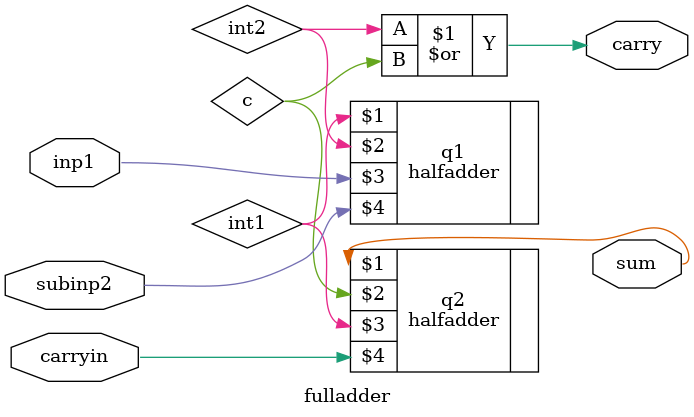
<source format=v>
`timescale 1ns / 1ps


module fulladder(
    output sum,carry,
    input inp1,subinp2,carryin
    );
    wire int1,int2,a,b,c;

            halfadder q1(int1,int2,inp1,subinp2);
            halfadder q2(sum,c,int1,carryin); 
            or q3(carry,int2,c);
         
endmodule

</source>
